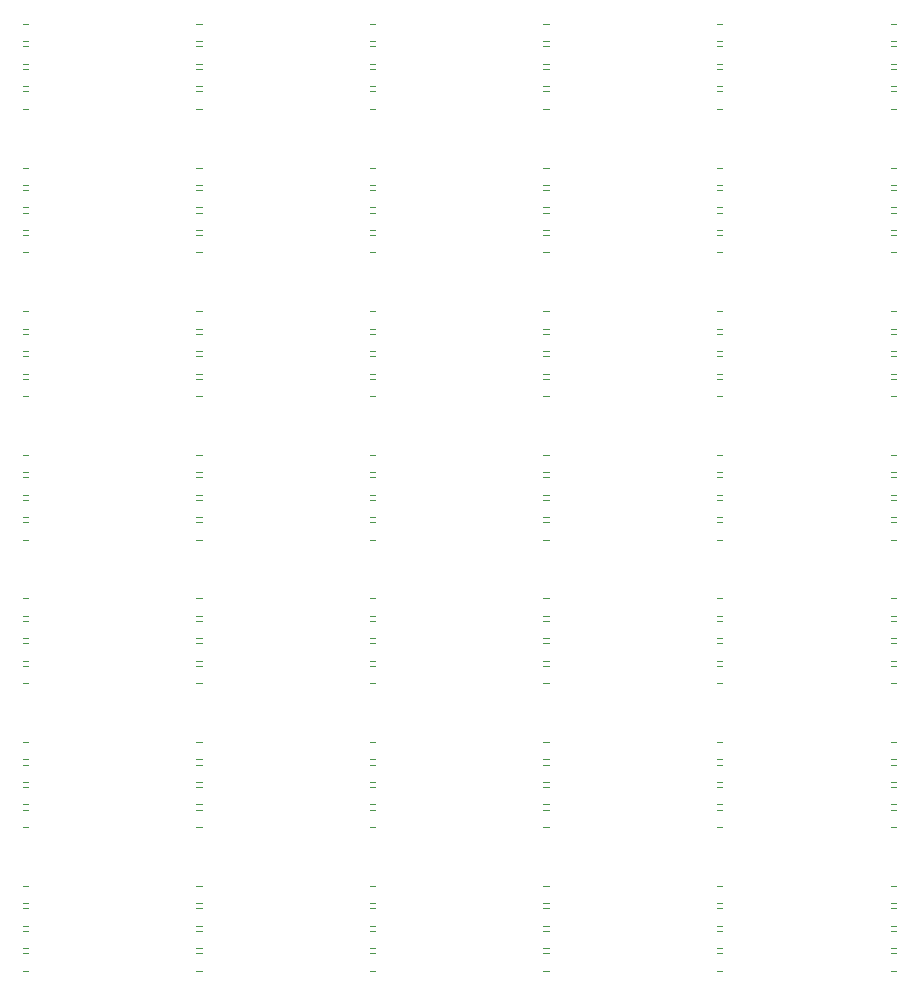
<source format=gbr>
%TF.GenerationSoftware,KiCad,Pcbnew,7.0.10-7.0.10~ubuntu22.04.1*%
%TF.CreationDate,2024-02-06T07:23:41+01:00*%
%TF.ProjectId,ManhattanPanels-0805,4d616e68-6174-4746-916e-50616e656c73,rev?*%
%TF.SameCoordinates,Original*%
%TF.FileFunction,Legend,Top*%
%TF.FilePolarity,Positive*%
%FSLAX46Y46*%
G04 Gerber Fmt 4.6, Leading zero omitted, Abs format (unit mm)*
G04 Created by KiCad (PCBNEW 7.0.10-7.0.10~ubuntu22.04.1) date 2024-02-06 07:23:41*
%MOMM*%
%LPD*%
G01*
G04 APERTURE LIST*
%ADD10C,0.120000*%
G04 APERTURE END LIST*
D10*
%TO.C,C3*%
X140922936Y-69365000D02*
X141377064Y-69365000D01*
X140922936Y-70835000D02*
X141377064Y-70835000D01*
%TO.C,C2*%
X185022936Y-67460000D02*
X185477064Y-67460000D01*
X185022936Y-68930000D02*
X185477064Y-68930000D01*
X140922936Y-55300000D02*
X141377064Y-55300000D01*
X140922936Y-56770000D02*
X141377064Y-56770000D01*
X155622936Y-91780000D02*
X156077064Y-91780000D01*
X155622936Y-93250000D02*
X156077064Y-93250000D01*
%TO.C,C3*%
X111522936Y-69365000D02*
X111977064Y-69365000D01*
X111522936Y-70835000D02*
X111977064Y-70835000D01*
%TO.C,C1*%
X170322936Y-41235000D02*
X170777064Y-41235000D01*
X170322936Y-42705000D02*
X170777064Y-42705000D01*
%TO.C,C4*%
X185022936Y-27170000D02*
X185477064Y-27170000D01*
X185022936Y-28640000D02*
X185477064Y-28640000D01*
%TO.C,C3*%
X111522936Y-105845000D02*
X111977064Y-105845000D01*
X111522936Y-107315000D02*
X111977064Y-107315000D01*
%TO.C,C1*%
X155622936Y-53395000D02*
X156077064Y-53395000D01*
X155622936Y-54865000D02*
X156077064Y-54865000D01*
X185022936Y-29075000D02*
X185477064Y-29075000D01*
X185022936Y-30545000D02*
X185477064Y-30545000D01*
%TO.C,C3*%
X126222936Y-32885000D02*
X126677064Y-32885000D01*
X126222936Y-34355000D02*
X126677064Y-34355000D01*
%TO.C,C1*%
X185022936Y-102035000D02*
X185477064Y-102035000D01*
X185022936Y-103505000D02*
X185477064Y-103505000D01*
%TO.C,C4*%
X155622936Y-100130000D02*
X156077064Y-100130000D01*
X155622936Y-101600000D02*
X156077064Y-101600000D01*
%TO.C,C2*%
X185022936Y-79620000D02*
X185477064Y-79620000D01*
X185022936Y-81090000D02*
X185477064Y-81090000D01*
%TO.C,C1*%
X111522936Y-41235000D02*
X111977064Y-41235000D01*
X111522936Y-42705000D02*
X111977064Y-42705000D01*
%TO.C,C2*%
X140922936Y-103940000D02*
X141377064Y-103940000D01*
X140922936Y-105410000D02*
X141377064Y-105410000D01*
%TO.C,C1*%
X111522936Y-89875000D02*
X111977064Y-89875000D01*
X111522936Y-91345000D02*
X111977064Y-91345000D01*
%TO.C,C2*%
X140922936Y-79620000D02*
X141377064Y-79620000D01*
X140922936Y-81090000D02*
X141377064Y-81090000D01*
X185022936Y-55300000D02*
X185477064Y-55300000D01*
X185022936Y-56770000D02*
X185477064Y-56770000D01*
%TO.C,C4*%
X170322936Y-87970000D02*
X170777064Y-87970000D01*
X170322936Y-89440000D02*
X170777064Y-89440000D01*
%TO.C,C1*%
X126222936Y-41235000D02*
X126677064Y-41235000D01*
X126222936Y-42705000D02*
X126677064Y-42705000D01*
%TO.C,C3*%
X111522936Y-93685000D02*
X111977064Y-93685000D01*
X111522936Y-95155000D02*
X111977064Y-95155000D01*
%TO.C,C2*%
X170322936Y-79620000D02*
X170777064Y-79620000D01*
X170322936Y-81090000D02*
X170777064Y-81090000D01*
%TO.C,C3*%
X126222936Y-81525000D02*
X126677064Y-81525000D01*
X126222936Y-82995000D02*
X126677064Y-82995000D01*
%TO.C,C2*%
X170322936Y-67460000D02*
X170777064Y-67460000D01*
X170322936Y-68930000D02*
X170777064Y-68930000D01*
%TO.C,C3*%
X140922936Y-93685000D02*
X141377064Y-93685000D01*
X140922936Y-95155000D02*
X141377064Y-95155000D01*
%TO.C,C1*%
X155622936Y-29075000D02*
X156077064Y-29075000D01*
X155622936Y-30545000D02*
X156077064Y-30545000D01*
%TO.C,C4*%
X185022936Y-51490000D02*
X185477064Y-51490000D01*
X185022936Y-52960000D02*
X185477064Y-52960000D01*
%TO.C,C1*%
X155622936Y-102035000D02*
X156077064Y-102035000D01*
X155622936Y-103505000D02*
X156077064Y-103505000D01*
%TO.C,C3*%
X140922936Y-32885000D02*
X141377064Y-32885000D01*
X140922936Y-34355000D02*
X141377064Y-34355000D01*
%TO.C,C2*%
X185022936Y-91780000D02*
X185477064Y-91780000D01*
X185022936Y-93250000D02*
X185477064Y-93250000D01*
%TO.C,C1*%
X155622936Y-65555000D02*
X156077064Y-65555000D01*
X155622936Y-67025000D02*
X156077064Y-67025000D01*
%TO.C,C4*%
X155622936Y-87970000D02*
X156077064Y-87970000D01*
X155622936Y-89440000D02*
X156077064Y-89440000D01*
%TO.C,C1*%
X170322936Y-77715000D02*
X170777064Y-77715000D01*
X170322936Y-79185000D02*
X170777064Y-79185000D01*
%TO.C,C3*%
X140922936Y-105845000D02*
X141377064Y-105845000D01*
X140922936Y-107315000D02*
X141377064Y-107315000D01*
%TO.C,C2*%
X170322936Y-30980000D02*
X170777064Y-30980000D01*
X170322936Y-32450000D02*
X170777064Y-32450000D01*
%TO.C,C3*%
X185022936Y-32885000D02*
X185477064Y-32885000D01*
X185022936Y-34355000D02*
X185477064Y-34355000D01*
X155622936Y-93685000D02*
X156077064Y-93685000D01*
X155622936Y-95155000D02*
X156077064Y-95155000D01*
%TO.C,C4*%
X170322936Y-63650000D02*
X170777064Y-63650000D01*
X170322936Y-65120000D02*
X170777064Y-65120000D01*
%TO.C,C2*%
X140922936Y-30980000D02*
X141377064Y-30980000D01*
X140922936Y-32450000D02*
X141377064Y-32450000D01*
%TO.C,C3*%
X185022936Y-57205000D02*
X185477064Y-57205000D01*
X185022936Y-58675000D02*
X185477064Y-58675000D01*
X155622936Y-32885000D02*
X156077064Y-32885000D01*
X155622936Y-34355000D02*
X156077064Y-34355000D01*
%TO.C,C4*%
X111522936Y-51490000D02*
X111977064Y-51490000D01*
X111522936Y-52960000D02*
X111977064Y-52960000D01*
X111522936Y-87970000D02*
X111977064Y-87970000D01*
X111522936Y-89440000D02*
X111977064Y-89440000D01*
%TO.C,C3*%
X126222936Y-105845000D02*
X126677064Y-105845000D01*
X126222936Y-107315000D02*
X126677064Y-107315000D01*
%TO.C,C2*%
X111522936Y-103940000D02*
X111977064Y-103940000D01*
X111522936Y-105410000D02*
X111977064Y-105410000D01*
%TO.C,C1*%
X155622936Y-77715000D02*
X156077064Y-77715000D01*
X155622936Y-79185000D02*
X156077064Y-79185000D01*
X170322936Y-29075000D02*
X170777064Y-29075000D01*
X170322936Y-30545000D02*
X170777064Y-30545000D01*
X126222936Y-53395000D02*
X126677064Y-53395000D01*
X126222936Y-54865000D02*
X126677064Y-54865000D01*
X170322936Y-89875000D02*
X170777064Y-89875000D01*
X170322936Y-91345000D02*
X170777064Y-91345000D01*
X126222936Y-77715000D02*
X126677064Y-77715000D01*
X126222936Y-79185000D02*
X126677064Y-79185000D01*
X111522936Y-29075000D02*
X111977064Y-29075000D01*
X111522936Y-30545000D02*
X111977064Y-30545000D01*
%TO.C,C4*%
X140922936Y-75810000D02*
X141377064Y-75810000D01*
X140922936Y-77280000D02*
X141377064Y-77280000D01*
X140922936Y-27170000D02*
X141377064Y-27170000D01*
X140922936Y-28640000D02*
X141377064Y-28640000D01*
%TO.C,C2*%
X126222936Y-43140000D02*
X126677064Y-43140000D01*
X126222936Y-44610000D02*
X126677064Y-44610000D01*
%TO.C,C4*%
X155622936Y-63650000D02*
X156077064Y-63650000D01*
X155622936Y-65120000D02*
X156077064Y-65120000D01*
%TO.C,C1*%
X170322936Y-53395000D02*
X170777064Y-53395000D01*
X170322936Y-54865000D02*
X170777064Y-54865000D01*
X140922936Y-65555000D02*
X141377064Y-65555000D01*
X140922936Y-67025000D02*
X141377064Y-67025000D01*
X140922936Y-29075000D02*
X141377064Y-29075000D01*
X140922936Y-30545000D02*
X141377064Y-30545000D01*
%TO.C,C3*%
X126222936Y-57205000D02*
X126677064Y-57205000D01*
X126222936Y-58675000D02*
X126677064Y-58675000D01*
%TO.C,C4*%
X111522936Y-39330000D02*
X111977064Y-39330000D01*
X111522936Y-40800000D02*
X111977064Y-40800000D01*
%TO.C,C3*%
X140922936Y-57205000D02*
X141377064Y-57205000D01*
X140922936Y-58675000D02*
X141377064Y-58675000D01*
%TO.C,C2*%
X111522936Y-79620000D02*
X111977064Y-79620000D01*
X111522936Y-81090000D02*
X111977064Y-81090000D01*
%TO.C,C1*%
X170322936Y-102035000D02*
X170777064Y-102035000D01*
X170322936Y-103505000D02*
X170777064Y-103505000D01*
%TO.C,C2*%
X111522936Y-55300000D02*
X111977064Y-55300000D01*
X111522936Y-56770000D02*
X111977064Y-56770000D01*
%TO.C,C1*%
X185022936Y-53395000D02*
X185477064Y-53395000D01*
X185022936Y-54865000D02*
X185477064Y-54865000D01*
%TO.C,C2*%
X155622936Y-55300000D02*
X156077064Y-55300000D01*
X155622936Y-56770000D02*
X156077064Y-56770000D01*
%TO.C,C1*%
X155622936Y-41235000D02*
X156077064Y-41235000D01*
X155622936Y-42705000D02*
X156077064Y-42705000D01*
%TO.C,C4*%
X170322936Y-51490000D02*
X170777064Y-51490000D01*
X170322936Y-52960000D02*
X170777064Y-52960000D01*
%TO.C,C3*%
X155622936Y-57205000D02*
X156077064Y-57205000D01*
X155622936Y-58675000D02*
X156077064Y-58675000D01*
%TO.C,C1*%
X185022936Y-89875000D02*
X185477064Y-89875000D01*
X185022936Y-91345000D02*
X185477064Y-91345000D01*
%TO.C,C4*%
X126222936Y-51490000D02*
X126677064Y-51490000D01*
X126222936Y-52960000D02*
X126677064Y-52960000D01*
X126222936Y-100130000D02*
X126677064Y-100130000D01*
X126222936Y-101600000D02*
X126677064Y-101600000D01*
%TO.C,C2*%
X155622936Y-43140000D02*
X156077064Y-43140000D01*
X155622936Y-44610000D02*
X156077064Y-44610000D01*
%TO.C,C3*%
X185022936Y-105845000D02*
X185477064Y-105845000D01*
X185022936Y-107315000D02*
X185477064Y-107315000D01*
X126222936Y-93685000D02*
X126677064Y-93685000D01*
X126222936Y-95155000D02*
X126677064Y-95155000D01*
%TO.C,C2*%
X170322936Y-43140000D02*
X170777064Y-43140000D01*
X170322936Y-44610000D02*
X170777064Y-44610000D01*
%TO.C,C4*%
X155622936Y-51490000D02*
X156077064Y-51490000D01*
X155622936Y-52960000D02*
X156077064Y-52960000D01*
X185022936Y-100130000D02*
X185477064Y-100130000D01*
X185022936Y-101600000D02*
X185477064Y-101600000D01*
%TO.C,C2*%
X155622936Y-30980000D02*
X156077064Y-30980000D01*
X155622936Y-32450000D02*
X156077064Y-32450000D01*
%TO.C,C3*%
X111522936Y-57205000D02*
X111977064Y-57205000D01*
X111522936Y-58675000D02*
X111977064Y-58675000D01*
X140922936Y-45045000D02*
X141377064Y-45045000D01*
X140922936Y-46515000D02*
X141377064Y-46515000D01*
%TO.C,C2*%
X185022936Y-103940000D02*
X185477064Y-103940000D01*
X185022936Y-105410000D02*
X185477064Y-105410000D01*
%TO.C,C3*%
X111522936Y-32885000D02*
X111977064Y-32885000D01*
X111522936Y-34355000D02*
X111977064Y-34355000D01*
%TO.C,C4*%
X185022936Y-75810000D02*
X185477064Y-75810000D01*
X185022936Y-77280000D02*
X185477064Y-77280000D01*
X111522936Y-27170000D02*
X111977064Y-27170000D01*
X111522936Y-28640000D02*
X111977064Y-28640000D01*
%TO.C,C1*%
X126222936Y-102035000D02*
X126677064Y-102035000D01*
X126222936Y-103505000D02*
X126677064Y-103505000D01*
%TO.C,C3*%
X140922936Y-81525000D02*
X141377064Y-81525000D01*
X140922936Y-82995000D02*
X141377064Y-82995000D01*
%TO.C,C2*%
X155622936Y-79620000D02*
X156077064Y-79620000D01*
X155622936Y-81090000D02*
X156077064Y-81090000D01*
%TO.C,C3*%
X155622936Y-105845000D02*
X156077064Y-105845000D01*
X155622936Y-107315000D02*
X156077064Y-107315000D01*
%TO.C,C4*%
X170322936Y-27170000D02*
X170777064Y-27170000D01*
X170322936Y-28640000D02*
X170777064Y-28640000D01*
%TO.C,C1*%
X126222936Y-65555000D02*
X126677064Y-65555000D01*
X126222936Y-67025000D02*
X126677064Y-67025000D01*
%TO.C,C4*%
X185022936Y-39330000D02*
X185477064Y-39330000D01*
X185022936Y-40800000D02*
X185477064Y-40800000D01*
%TO.C,C3*%
X170322936Y-69365000D02*
X170777064Y-69365000D01*
X170322936Y-70835000D02*
X170777064Y-70835000D01*
X170322936Y-93685000D02*
X170777064Y-93685000D01*
X170322936Y-95155000D02*
X170777064Y-95155000D01*
%TO.C,C1*%
X140922936Y-102035000D02*
X141377064Y-102035000D01*
X140922936Y-103505000D02*
X141377064Y-103505000D01*
X185022936Y-65555000D02*
X185477064Y-65555000D01*
X185022936Y-67025000D02*
X185477064Y-67025000D01*
%TO.C,C4*%
X170322936Y-39330000D02*
X170777064Y-39330000D01*
X170322936Y-40800000D02*
X170777064Y-40800000D01*
%TO.C,C2*%
X170322936Y-91780000D02*
X170777064Y-91780000D01*
X170322936Y-93250000D02*
X170777064Y-93250000D01*
%TO.C,C1*%
X111522936Y-53395000D02*
X111977064Y-53395000D01*
X111522936Y-54865000D02*
X111977064Y-54865000D01*
%TO.C,C2*%
X140922936Y-43140000D02*
X141377064Y-43140000D01*
X140922936Y-44610000D02*
X141377064Y-44610000D01*
%TO.C,C4*%
X140922936Y-87970000D02*
X141377064Y-87970000D01*
X140922936Y-89440000D02*
X141377064Y-89440000D01*
X126222936Y-87970000D02*
X126677064Y-87970000D01*
X126222936Y-89440000D02*
X126677064Y-89440000D01*
%TO.C,C3*%
X185022936Y-93685000D02*
X185477064Y-93685000D01*
X185022936Y-95155000D02*
X185477064Y-95155000D01*
%TO.C,C4*%
X170322936Y-75810000D02*
X170777064Y-75810000D01*
X170322936Y-77280000D02*
X170777064Y-77280000D01*
%TO.C,C1*%
X140922936Y-53395000D02*
X141377064Y-53395000D01*
X140922936Y-54865000D02*
X141377064Y-54865000D01*
%TO.C,C3*%
X185022936Y-45045000D02*
X185477064Y-45045000D01*
X185022936Y-46515000D02*
X185477064Y-46515000D01*
%TO.C,C4*%
X155622936Y-39330000D02*
X156077064Y-39330000D01*
X155622936Y-40800000D02*
X156077064Y-40800000D01*
X140922936Y-100130000D02*
X141377064Y-100130000D01*
X140922936Y-101600000D02*
X141377064Y-101600000D01*
X185022936Y-87970000D02*
X185477064Y-87970000D01*
X185022936Y-89440000D02*
X185477064Y-89440000D01*
%TO.C,C3*%
X170322936Y-105845000D02*
X170777064Y-105845000D01*
X170322936Y-107315000D02*
X170777064Y-107315000D01*
%TO.C,C2*%
X155622936Y-67460000D02*
X156077064Y-67460000D01*
X155622936Y-68930000D02*
X156077064Y-68930000D01*
%TO.C,C3*%
X170322936Y-81525000D02*
X170777064Y-81525000D01*
X170322936Y-82995000D02*
X170777064Y-82995000D01*
%TO.C,C2*%
X140922936Y-67460000D02*
X141377064Y-67460000D01*
X140922936Y-68930000D02*
X141377064Y-68930000D01*
%TO.C,C4*%
X170322936Y-100130000D02*
X170777064Y-100130000D01*
X170322936Y-101600000D02*
X170777064Y-101600000D01*
%TO.C,C1*%
X111522936Y-77715000D02*
X111977064Y-77715000D01*
X111522936Y-79185000D02*
X111977064Y-79185000D01*
%TO.C,C3*%
X111522936Y-81525000D02*
X111977064Y-81525000D01*
X111522936Y-82995000D02*
X111977064Y-82995000D01*
X126222936Y-69365000D02*
X126677064Y-69365000D01*
X126222936Y-70835000D02*
X126677064Y-70835000D01*
%TO.C,C1*%
X111522936Y-102035000D02*
X111977064Y-102035000D01*
X111522936Y-103505000D02*
X111977064Y-103505000D01*
%TO.C,C4*%
X126222936Y-63650000D02*
X126677064Y-63650000D01*
X126222936Y-65120000D02*
X126677064Y-65120000D01*
%TO.C,C2*%
X111522936Y-91780000D02*
X111977064Y-91780000D01*
X111522936Y-93250000D02*
X111977064Y-93250000D01*
%TO.C,C4*%
X155622936Y-75810000D02*
X156077064Y-75810000D01*
X155622936Y-77280000D02*
X156077064Y-77280000D01*
%TO.C,C1*%
X140922936Y-77715000D02*
X141377064Y-77715000D01*
X140922936Y-79185000D02*
X141377064Y-79185000D01*
X126222936Y-29075000D02*
X126677064Y-29075000D01*
X126222936Y-30545000D02*
X126677064Y-30545000D01*
%TO.C,C4*%
X140922936Y-39330000D02*
X141377064Y-39330000D01*
X140922936Y-40800000D02*
X141377064Y-40800000D01*
%TO.C,C2*%
X111522936Y-43140000D02*
X111977064Y-43140000D01*
X111522936Y-44610000D02*
X111977064Y-44610000D01*
%TO.C,C4*%
X111522936Y-63650000D02*
X111977064Y-63650000D01*
X111522936Y-65120000D02*
X111977064Y-65120000D01*
%TO.C,C3*%
X155622936Y-69365000D02*
X156077064Y-69365000D01*
X155622936Y-70835000D02*
X156077064Y-70835000D01*
%TO.C,C2*%
X170322936Y-55300000D02*
X170777064Y-55300000D01*
X170322936Y-56770000D02*
X170777064Y-56770000D01*
%TO.C,C1*%
X140922936Y-41235000D02*
X141377064Y-41235000D01*
X140922936Y-42705000D02*
X141377064Y-42705000D01*
%TO.C,C2*%
X126222936Y-91780000D02*
X126677064Y-91780000D01*
X126222936Y-93250000D02*
X126677064Y-93250000D01*
%TO.C,C3*%
X185022936Y-69365000D02*
X185477064Y-69365000D01*
X185022936Y-70835000D02*
X185477064Y-70835000D01*
X155622936Y-81525000D02*
X156077064Y-81525000D01*
X155622936Y-82995000D02*
X156077064Y-82995000D01*
X155622936Y-45045000D02*
X156077064Y-45045000D01*
X155622936Y-46515000D02*
X156077064Y-46515000D01*
%TO.C,C4*%
X126222936Y-27170000D02*
X126677064Y-27170000D01*
X126222936Y-28640000D02*
X126677064Y-28640000D01*
%TO.C,C1*%
X140922936Y-89875000D02*
X141377064Y-89875000D01*
X140922936Y-91345000D02*
X141377064Y-91345000D01*
X126222936Y-89875000D02*
X126677064Y-89875000D01*
X126222936Y-91345000D02*
X126677064Y-91345000D01*
%TO.C,C2*%
X126222936Y-30980000D02*
X126677064Y-30980000D01*
X126222936Y-32450000D02*
X126677064Y-32450000D01*
X185022936Y-30980000D02*
X185477064Y-30980000D01*
X185022936Y-32450000D02*
X185477064Y-32450000D01*
%TO.C,C3*%
X111522936Y-45045000D02*
X111977064Y-45045000D01*
X111522936Y-46515000D02*
X111977064Y-46515000D01*
%TO.C,C4*%
X140922936Y-63650000D02*
X141377064Y-63650000D01*
X140922936Y-65120000D02*
X141377064Y-65120000D01*
X111522936Y-75810000D02*
X111977064Y-75810000D01*
X111522936Y-77280000D02*
X111977064Y-77280000D01*
%TO.C,C3*%
X170322936Y-45045000D02*
X170777064Y-45045000D01*
X170322936Y-46515000D02*
X170777064Y-46515000D01*
%TO.C,C2*%
X126222936Y-103940000D02*
X126677064Y-103940000D01*
X126222936Y-105410000D02*
X126677064Y-105410000D01*
%TO.C,C4*%
X126222936Y-75810000D02*
X126677064Y-75810000D01*
X126222936Y-77280000D02*
X126677064Y-77280000D01*
%TO.C,C2*%
X185022936Y-43140000D02*
X185477064Y-43140000D01*
X185022936Y-44610000D02*
X185477064Y-44610000D01*
%TO.C,C1*%
X185022936Y-77715000D02*
X185477064Y-77715000D01*
X185022936Y-79185000D02*
X185477064Y-79185000D01*
%TO.C,C2*%
X126222936Y-55300000D02*
X126677064Y-55300000D01*
X126222936Y-56770000D02*
X126677064Y-56770000D01*
%TO.C,C4*%
X140922936Y-51490000D02*
X141377064Y-51490000D01*
X140922936Y-52960000D02*
X141377064Y-52960000D01*
X126222936Y-39330000D02*
X126677064Y-39330000D01*
X126222936Y-40800000D02*
X126677064Y-40800000D01*
%TO.C,C2*%
X140922936Y-91780000D02*
X141377064Y-91780000D01*
X140922936Y-93250000D02*
X141377064Y-93250000D01*
%TO.C,C4*%
X155622936Y-27170000D02*
X156077064Y-27170000D01*
X155622936Y-28640000D02*
X156077064Y-28640000D01*
%TO.C,C2*%
X126222936Y-67460000D02*
X126677064Y-67460000D01*
X126222936Y-68930000D02*
X126677064Y-68930000D01*
%TO.C,C1*%
X170322936Y-65555000D02*
X170777064Y-65555000D01*
X170322936Y-67025000D02*
X170777064Y-67025000D01*
%TO.C,C2*%
X111522936Y-67460000D02*
X111977064Y-67460000D01*
X111522936Y-68930000D02*
X111977064Y-68930000D01*
%TO.C,C1*%
X111522936Y-65555000D02*
X111977064Y-65555000D01*
X111522936Y-67025000D02*
X111977064Y-67025000D01*
%TO.C,C4*%
X185022936Y-63650000D02*
X185477064Y-63650000D01*
X185022936Y-65120000D02*
X185477064Y-65120000D01*
X111522936Y-100130000D02*
X111977064Y-100130000D01*
X111522936Y-101600000D02*
X111977064Y-101600000D01*
%TO.C,C3*%
X170322936Y-32885000D02*
X170777064Y-32885000D01*
X170322936Y-34355000D02*
X170777064Y-34355000D01*
%TO.C,C1*%
X185022936Y-41235000D02*
X185477064Y-41235000D01*
X185022936Y-42705000D02*
X185477064Y-42705000D01*
%TO.C,C3*%
X170322936Y-57205000D02*
X170777064Y-57205000D01*
X170322936Y-58675000D02*
X170777064Y-58675000D01*
%TO.C,C1*%
X155622936Y-89875000D02*
X156077064Y-89875000D01*
X155622936Y-91345000D02*
X156077064Y-91345000D01*
%TO.C,C2*%
X111522936Y-30980000D02*
X111977064Y-30980000D01*
X111522936Y-32450000D02*
X111977064Y-32450000D01*
X126222936Y-79620000D02*
X126677064Y-79620000D01*
X126222936Y-81090000D02*
X126677064Y-81090000D01*
%TO.C,C3*%
X126222936Y-45045000D02*
X126677064Y-45045000D01*
X126222936Y-46515000D02*
X126677064Y-46515000D01*
%TO.C,C2*%
X170322936Y-103940000D02*
X170777064Y-103940000D01*
X170322936Y-105410000D02*
X170777064Y-105410000D01*
X155622936Y-103940000D02*
X156077064Y-103940000D01*
X155622936Y-105410000D02*
X156077064Y-105410000D01*
%TO.C,C3*%
X185022936Y-81525000D02*
X185477064Y-81525000D01*
X185022936Y-82995000D02*
X185477064Y-82995000D01*
%TD*%
M02*

</source>
